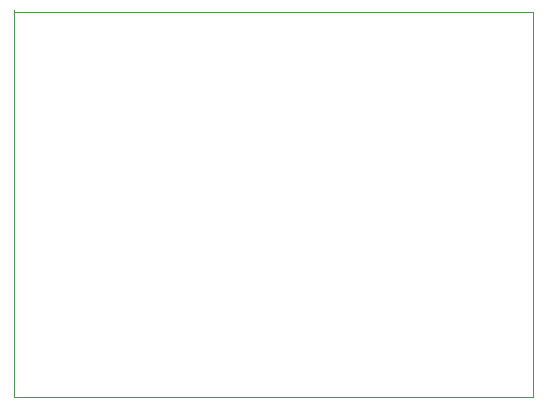
<source format=gbr>
G04 (created by PCBNEW (2013-07-07 BZR 4022)-stable) date 4/23/2015 6:26:41 AM*
%MOIN*%
G04 Gerber Fmt 3.4, Leading zero omitted, Abs format*
%FSLAX34Y34*%
G01*
G70*
G90*
G04 APERTURE LIST*
%ADD10C,0.00590551*%
%ADD11C,0.00393701*%
G04 APERTURE END LIST*
G54D10*
G54D11*
X72540Y-49940D02*
X72560Y-49940D01*
X72540Y-62780D02*
X72540Y-49940D01*
X72540Y-49940D02*
X72540Y-49900D01*
X89840Y-49940D02*
X72540Y-49940D01*
X89840Y-62780D02*
X89840Y-49940D01*
X72540Y-62780D02*
X89840Y-62780D01*
M02*

</source>
